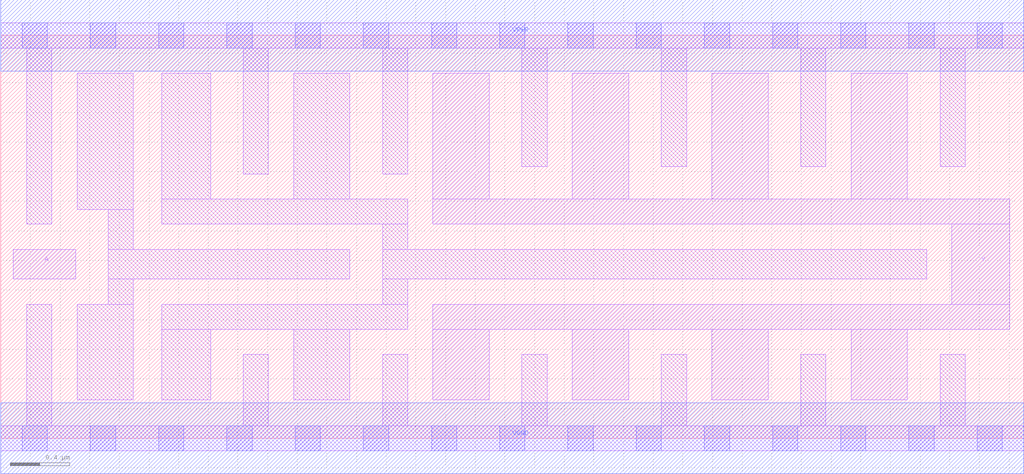
<source format=lef>
# Copyright 2020 The SkyWater PDK Authors
#
# Licensed under the Apache License, Version 2.0 (the "License");
# you may not use this file except in compliance with the License.
# You may obtain a copy of the License at
#
#     https://www.apache.org/licenses/LICENSE-2.0
#
# Unless required by applicable law or agreed to in writing, software
# distributed under the License is distributed on an "AS IS" BASIS,
# WITHOUT WARRANTIES OR CONDITIONS OF ANY KIND, either express or implied.
# See the License for the specific language governing permissions and
# limitations under the License.
#
# SPDX-License-Identifier: Apache-2.0

VERSION 5.7 ;
  NOWIREEXTENSIONATPIN ON ;
  DIVIDERCHAR "/" ;
  BUSBITCHARS "[]" ;
UNITS
  DATABASE MICRONS 200 ;
END UNITS
PROPERTYDEFINITIONS
  MACRO maskLayoutSubType STRING ;
  MACRO prCellType STRING ;
  MACRO originalViewName STRING ;
END PROPERTYDEFINITIONS
MACRO sky130_fd_sc_hdll__bufinv_8
  CLASS CORE ;
  FOREIGN sky130_fd_sc_hdll__bufinv_8 ;
  ORIGIN  0.000000  0.000000 ;
  SIZE  6.900000 BY  2.720000 ;
  SYMMETRY X Y R90 ;
  SITE unithd ;
  PIN A
    ANTENNAGATEAREA  0.277500 ;
    DIRECTION INPUT ;
    USE SIGNAL ;
    PORT
      LAYER li1 ;
        RECT 0.085000 1.075000 0.505000 1.275000 ;
    END
  END A
  PIN Y
    ANTENNADIFFAREA  2.024500 ;
    DIRECTION OUTPUT ;
    USE SIGNAL ;
    PORT
      LAYER li1 ;
        RECT 2.915000 0.260000 3.295000 0.735000 ;
        RECT 2.915000 0.735000 6.805000 0.905000 ;
        RECT 2.915000 1.445000 6.805000 1.615000 ;
        RECT 2.915000 1.615000 3.295000 2.465000 ;
        RECT 3.855000 0.260000 4.235000 0.735000 ;
        RECT 3.855000 1.615000 4.235000 2.465000 ;
        RECT 4.795000 0.260000 5.175000 0.735000 ;
        RECT 4.795000 1.615000 5.175000 2.465000 ;
        RECT 5.735000 0.260000 6.115000 0.735000 ;
        RECT 5.735000 1.615000 6.115000 2.465000 ;
        RECT 6.415000 0.905000 6.805000 1.445000 ;
    END
  END Y
  PIN VGND
    DIRECTION INOUT ;
    USE GROUND ;
    PORT
      LAYER met1 ;
        RECT 0.000000 -0.240000 6.900000 0.240000 ;
    END
  END VGND
  PIN VPWR
    DIRECTION INOUT ;
    USE POWER ;
    PORT
      LAYER met1 ;
        RECT 0.000000 2.480000 6.900000 2.960000 ;
    END
  END VPWR
  OBS
    LAYER li1 ;
      RECT 0.000000 -0.085000 6.900000 0.085000 ;
      RECT 0.000000  2.635000 6.900000 2.805000 ;
      RECT 0.175000  0.085000 0.345000 0.905000 ;
      RECT 0.175000  1.445000 0.345000 2.635000 ;
      RECT 0.515000  0.260000 0.895000 0.905000 ;
      RECT 0.515000  1.545000 0.895000 2.465000 ;
      RECT 0.725000  0.905000 0.895000 1.075000 ;
      RECT 0.725000  1.075000 2.355000 1.275000 ;
      RECT 0.725000  1.275000 0.895000 1.545000 ;
      RECT 1.085000  0.260000 1.415000 0.735000 ;
      RECT 1.085000  0.735000 2.745000 0.905000 ;
      RECT 1.085000  1.445000 2.745000 1.615000 ;
      RECT 1.085000  1.615000 1.415000 2.465000 ;
      RECT 1.635000  0.085000 1.805000 0.565000 ;
      RECT 1.635000  1.785000 1.805000 2.635000 ;
      RECT 1.975000  0.260000 2.355000 0.735000 ;
      RECT 1.975000  1.615000 2.355000 2.465000 ;
      RECT 2.575000  0.085000 2.745000 0.565000 ;
      RECT 2.575000  0.905000 2.745000 1.075000 ;
      RECT 2.575000  1.075000 6.245000 1.275000 ;
      RECT 2.575000  1.275000 2.745000 1.445000 ;
      RECT 2.575000  1.785000 2.745000 2.635000 ;
      RECT 3.515000  0.085000 3.685000 0.565000 ;
      RECT 3.515000  1.835000 3.685000 2.635000 ;
      RECT 4.455000  0.085000 4.625000 0.565000 ;
      RECT 4.455000  1.835000 4.625000 2.635000 ;
      RECT 5.395000  0.085000 5.565000 0.565000 ;
      RECT 5.395000  1.835000 5.565000 2.635000 ;
      RECT 6.335000  0.085000 6.505000 0.565000 ;
      RECT 6.335000  1.835000 6.505000 2.635000 ;
    LAYER mcon ;
      RECT 0.145000 -0.085000 0.315000 0.085000 ;
      RECT 0.145000  2.635000 0.315000 2.805000 ;
      RECT 0.605000 -0.085000 0.775000 0.085000 ;
      RECT 0.605000  2.635000 0.775000 2.805000 ;
      RECT 1.065000 -0.085000 1.235000 0.085000 ;
      RECT 1.065000  2.635000 1.235000 2.805000 ;
      RECT 1.525000 -0.085000 1.695000 0.085000 ;
      RECT 1.525000  2.635000 1.695000 2.805000 ;
      RECT 1.985000 -0.085000 2.155000 0.085000 ;
      RECT 1.985000  2.635000 2.155000 2.805000 ;
      RECT 2.445000 -0.085000 2.615000 0.085000 ;
      RECT 2.445000  2.635000 2.615000 2.805000 ;
      RECT 2.905000 -0.085000 3.075000 0.085000 ;
      RECT 2.905000  2.635000 3.075000 2.805000 ;
      RECT 3.365000 -0.085000 3.535000 0.085000 ;
      RECT 3.365000  2.635000 3.535000 2.805000 ;
      RECT 3.825000 -0.085000 3.995000 0.085000 ;
      RECT 3.825000  2.635000 3.995000 2.805000 ;
      RECT 4.285000 -0.085000 4.455000 0.085000 ;
      RECT 4.285000  2.635000 4.455000 2.805000 ;
      RECT 4.745000 -0.085000 4.915000 0.085000 ;
      RECT 4.745000  2.635000 4.915000 2.805000 ;
      RECT 5.205000 -0.085000 5.375000 0.085000 ;
      RECT 5.205000  2.635000 5.375000 2.805000 ;
      RECT 5.665000 -0.085000 5.835000 0.085000 ;
      RECT 5.665000  2.635000 5.835000 2.805000 ;
      RECT 6.125000 -0.085000 6.295000 0.085000 ;
      RECT 6.125000  2.635000 6.295000 2.805000 ;
      RECT 6.585000 -0.085000 6.755000 0.085000 ;
      RECT 6.585000  2.635000 6.755000 2.805000 ;
  END
  PROPERTY maskLayoutSubType "abstract" ;
  PROPERTY prCellType "standard" ;
  PROPERTY originalViewName "layout" ;
END sky130_fd_sc_hdll__bufinv_8
END LIBRARY

</source>
